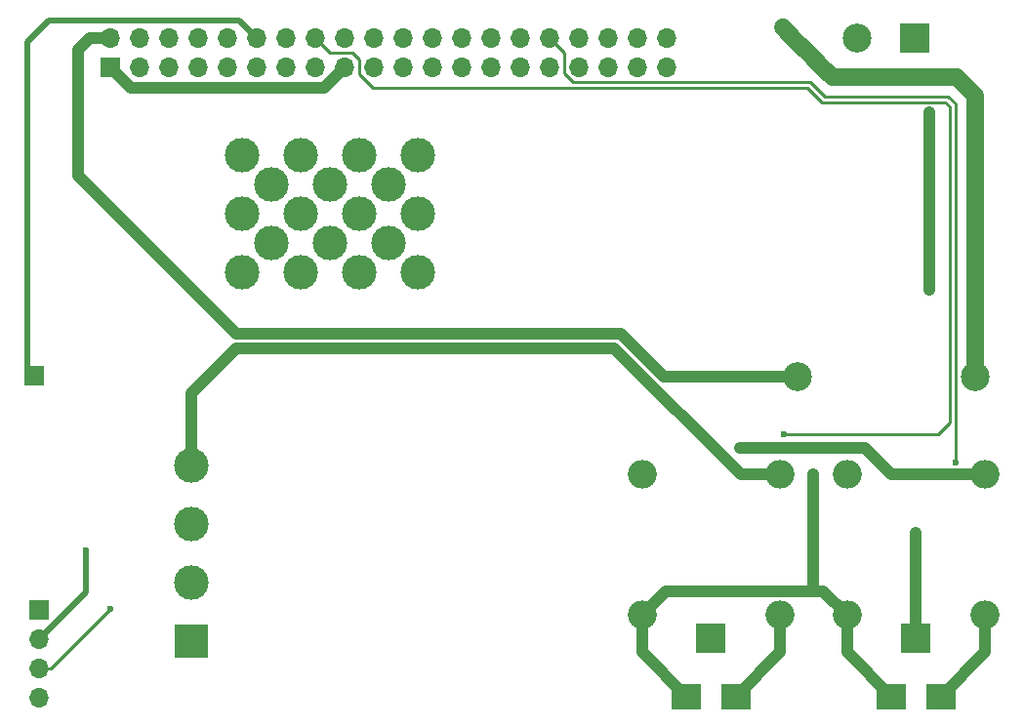
<source format=gbr>
G04 #@! TF.FileFunction,Copper,L1,Top,Signal*
%FSLAX46Y46*%
G04 Gerber Fmt 4.6, Leading zero omitted, Abs format (unit mm)*
G04 Created by KiCad (PCBNEW 4.0.7) date Sunday 11 February 2018 15:39:25*
%MOMM*%
%LPD*%
G01*
G04 APERTURE LIST*
%ADD10C,0.100000*%
%ADD11C,3.000000*%
%ADD12R,1.700000X1.700000*%
%ADD13O,1.700000X1.700000*%
%ADD14R,2.500000X2.500000*%
%ADD15O,2.500000X2.500000*%
%ADD16R,2.500000X2.300000*%
%ADD17C,2.500000*%
%ADD18R,2.999740X2.999740*%
%ADD19C,2.999740*%
%ADD20C,0.600000*%
%ADD21C,1.000000*%
%ADD22C,1.500000*%
%ADD23C,0.500000*%
%ADD24C,0.250000*%
G04 APERTURE END LIST*
D10*
D11*
X200660000Y-106680000D03*
X200660000Y-116840000D03*
X200660000Y-111760000D03*
X198120000Y-114300000D03*
X198120000Y-109220000D03*
X195580000Y-106680000D03*
X190500000Y-106680000D03*
X185420000Y-106680000D03*
X187960000Y-109220000D03*
X193040000Y-109220000D03*
X195580000Y-111760000D03*
X195580000Y-116840000D03*
X193040000Y-114300000D03*
X190500000Y-111760000D03*
X190500000Y-116840000D03*
X187960000Y-114300000D03*
X185420000Y-111760000D03*
D12*
X173990000Y-99060000D03*
D13*
X173990000Y-96520000D03*
X176530000Y-99060000D03*
X176530000Y-96520000D03*
X179070000Y-99060000D03*
X179070000Y-96520000D03*
X181610000Y-99060000D03*
X181610000Y-96520000D03*
X184150000Y-99060000D03*
X184150000Y-96520000D03*
X186690000Y-99060000D03*
X186690000Y-96520000D03*
X189230000Y-99060000D03*
X189230000Y-96520000D03*
X191770000Y-99060000D03*
X191770000Y-96520000D03*
X194310000Y-99060000D03*
X194310000Y-96520000D03*
X196850000Y-99060000D03*
X196850000Y-96520000D03*
X199390000Y-99060000D03*
X199390000Y-96520000D03*
X201930000Y-99060000D03*
X201930000Y-96520000D03*
X204470000Y-99060000D03*
X204470000Y-96520000D03*
X207010000Y-99060000D03*
X207010000Y-96520000D03*
X209550000Y-99060000D03*
X209550000Y-96520000D03*
X212090000Y-99060000D03*
X212090000Y-96520000D03*
X214630000Y-99060000D03*
X214630000Y-96520000D03*
X217170000Y-99060000D03*
X217170000Y-96520000D03*
X219710000Y-99060000D03*
X219710000Y-96520000D03*
X222250000Y-99060000D03*
X222250000Y-96520000D03*
D11*
X185420000Y-116840000D03*
D14*
X243840000Y-148590000D03*
D15*
X249840000Y-146590000D03*
X249840000Y-134390000D03*
X237840000Y-134390000D03*
X237840000Y-146590000D03*
D16*
X241690000Y-153670000D03*
X245990000Y-153670000D03*
X223910000Y-153670000D03*
X228210000Y-153670000D03*
D14*
X226060000Y-148590000D03*
D15*
X232060000Y-146590000D03*
X232060000Y-134390000D03*
X220060000Y-134390000D03*
X220060000Y-146590000D03*
D14*
X243760000Y-96520000D03*
D17*
X238760000Y-96520000D03*
X248960000Y-125920000D03*
X233560000Y-125920000D03*
D12*
X167767000Y-146177000D03*
D13*
X167767000Y-148717000D03*
X167767000Y-151257000D03*
X167767000Y-153797000D03*
D12*
X167386000Y-125857000D03*
D18*
X180975000Y-148844000D03*
D19*
X180975000Y-143764000D03*
X180975000Y-138684000D03*
X180975000Y-133604000D03*
D20*
X234950000Y-134366000D03*
X171831000Y-140970000D03*
X232283000Y-95631000D03*
X233426000Y-96774000D03*
X234569000Y-97917000D03*
X235712000Y-99060000D03*
X244983000Y-102997000D03*
X244983000Y-118364000D03*
X243840000Y-139446000D03*
X173990000Y-146050000D03*
X232410000Y-130937000D03*
X247269000Y-133350000D03*
X228600000Y-132080000D03*
D21*
X173990000Y-99060000D02*
X175768000Y-100838000D01*
X192532000Y-100838000D02*
X194310000Y-99060000D01*
X175768000Y-100838000D02*
X192532000Y-100838000D01*
X234950000Y-144526000D02*
X234950000Y-134366000D01*
X237840000Y-146590000D02*
X237840000Y-149820000D01*
X237840000Y-149820000D02*
X241690000Y-153670000D01*
X220060000Y-146590000D02*
X220060000Y-149820000D01*
X220060000Y-149820000D02*
X223910000Y-153670000D01*
X230124000Y-125920000D02*
X221932000Y-125920000D01*
X172212000Y-96520000D02*
X173990000Y-96520000D01*
X171196000Y-97536000D02*
X172212000Y-96520000D01*
X171196000Y-108527998D02*
X171196000Y-97536000D01*
X184912000Y-122243998D02*
X171196000Y-108527998D01*
X218255998Y-122243998D02*
X184912000Y-122243998D01*
X221932000Y-125920000D02*
X218255998Y-122243998D01*
X237840000Y-146590000D02*
X235776000Y-144526000D01*
X235776000Y-144526000D02*
X234950000Y-144526000D01*
X234950000Y-144526000D02*
X232791000Y-144526000D01*
X222124000Y-144526000D02*
X220060000Y-146590000D01*
X232791000Y-144526000D02*
X222124000Y-144526000D01*
X233560000Y-125920000D02*
X230124000Y-125920000D01*
X230124000Y-125920000D02*
X230060000Y-125920000D01*
D22*
X247396000Y-99949000D02*
X236601000Y-99949000D01*
D23*
X167767000Y-148717000D02*
X171831000Y-144653000D01*
X171831000Y-144653000D02*
X171831000Y-140970000D01*
D22*
X248960000Y-125920000D02*
X248960000Y-101513000D01*
X235712000Y-99060000D02*
X236601000Y-99949000D01*
X234569000Y-97917000D02*
X235712000Y-99060000D01*
X233426000Y-96774000D02*
X234569000Y-97917000D01*
X232283000Y-95631000D02*
X233426000Y-96774000D01*
X248960000Y-101513000D02*
X247396000Y-99949000D01*
D21*
X249840000Y-146590000D02*
X249840000Y-149820000D01*
X249840000Y-149820000D02*
X245990000Y-153670000D01*
X232060000Y-146590000D02*
X232060000Y-149820000D01*
X232060000Y-149820000D02*
X228210000Y-153670000D01*
X244983000Y-102997000D02*
X244983000Y-118364000D01*
X243840000Y-139446000D02*
X243840000Y-148590000D01*
D24*
X168783000Y-151257000D02*
X167767000Y-151257000D01*
X173990000Y-146050000D02*
X168783000Y-151257000D01*
D23*
X166751000Y-125222000D02*
X166751000Y-103632000D01*
X185166000Y-94996000D02*
X168656000Y-94996000D01*
X168656000Y-94996000D02*
X166751000Y-96901000D01*
X166751000Y-96901000D02*
X166751000Y-103632000D01*
X185166000Y-94996000D02*
X186690000Y-96520000D01*
X166751000Y-125222000D02*
X167386000Y-125857000D01*
D24*
X245745000Y-130937000D02*
X246761000Y-129921000D01*
X232410000Y-130937000D02*
X245745000Y-130937000D01*
X193040000Y-97790000D02*
X194818000Y-97790000D01*
X193040000Y-97790000D02*
X191770000Y-96520000D01*
X196723000Y-100838000D02*
X230505000Y-100838000D01*
X195580000Y-99695000D02*
X196723000Y-100838000D01*
X195580000Y-98425000D02*
X195580000Y-99695000D01*
X194945000Y-97790000D02*
X195580000Y-98425000D01*
X194818000Y-97790000D02*
X194945000Y-97790000D01*
X234442000Y-100838000D02*
X230505000Y-100838000D01*
X235712000Y-102108000D02*
X234442000Y-100838000D01*
X246380000Y-102108000D02*
X235712000Y-102108000D01*
X246761000Y-102489000D02*
X246380000Y-102108000D01*
X246761000Y-129921000D02*
X246761000Y-102489000D01*
X247269000Y-133350000D02*
X247269000Y-102870000D01*
X247269000Y-102870000D02*
X247269000Y-102235000D01*
X247269000Y-102235000D02*
X246634000Y-101600000D01*
X246634000Y-101600000D02*
X236093000Y-101600000D01*
X236093000Y-101600000D02*
X235966000Y-101600000D01*
X235966000Y-101600000D02*
X234696000Y-100330000D01*
X234696000Y-100330000D02*
X230632000Y-100330000D01*
X213360000Y-97790000D02*
X213360000Y-99568000D01*
X212090000Y-96520000D02*
X213360000Y-97790000D01*
X214122000Y-100330000D02*
X230632000Y-100330000D01*
X213360000Y-99568000D02*
X214122000Y-100330000D01*
D21*
X249840000Y-134390000D02*
X241705000Y-134390000D01*
X239395000Y-132080000D02*
X228600000Y-132080000D01*
X241705000Y-134390000D02*
X239395000Y-132080000D01*
X181102000Y-127254000D02*
X180975000Y-127381000D01*
X228624000Y-134390000D02*
X217678000Y-123444000D01*
X217678000Y-123444000D02*
X184912000Y-123444000D01*
X184912000Y-123444000D02*
X181102000Y-127254000D01*
X232060000Y-134390000D02*
X228624000Y-134390000D01*
X180975000Y-127381000D02*
X180975000Y-133604000D01*
X232060000Y-134390000D02*
X230910000Y-134390000D01*
M02*

</source>
